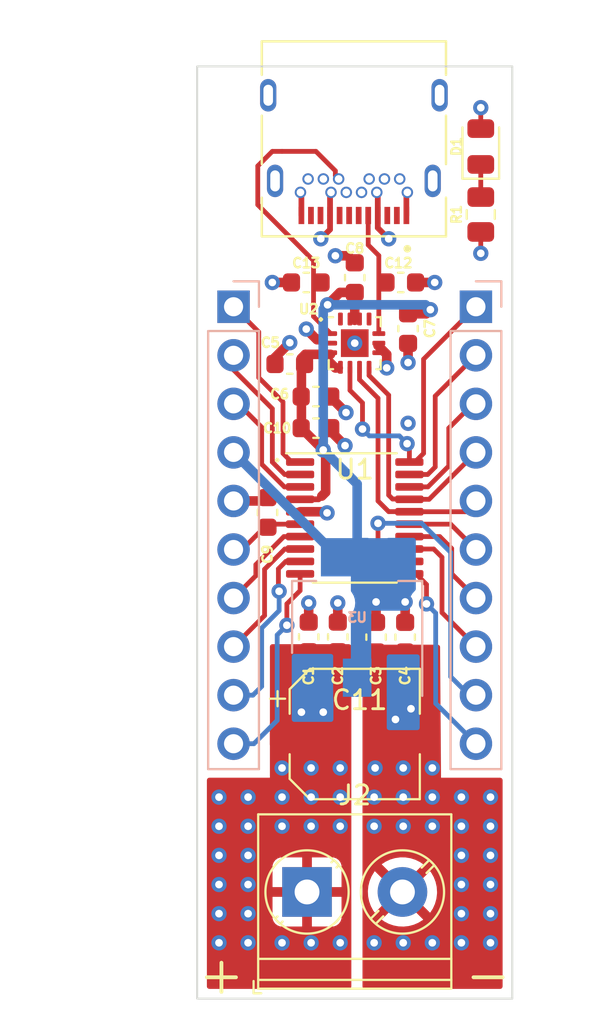
<source format=kicad_pcb>
(kicad_pcb (version 20211014) (generator pcbnew)
  (layers (0 "F.Cu" signal) (1 "In1.Cu" power) (2 "In2.Cu" power) (31 "B.Cu" signal) (34 "B.Paste" user) (35 "F.Paste" user) (36 "B.SilkS" user "B.Silkscreen") (37 "F.SilkS" user "F.Silkscreen") (38 "B.Mask" user) (39 "F.Mask" user) (44 "Edge.Cuts" user))
  (net 0 "")
  (net 1 "Net-(J3-Pad1)")
  (net 2 "VBUS")
  (net 3 "GND")
  (net 4 "Net-(J3-Pad2)")
  (net 5 "Net-(J3-Pad3)")
  (net 6 "Net-(J3-Pad7)")
  (net 7 "Net-(J3-Pad8)")
  (net 8 "Net-(J3-Pad9)")
  (net 9 "Net-(J3-Pad10)")
  (net 10 "Net-(J4-Pad2)")
  (net 11 "Net-(J4-Pad3)")
  (net 12 "Net-(J4-Pad6)")
  (net 13 "Net-(J4-Pad7)")
  (net 14 "Net-(J4-Pad8)")
  (net 15 "Net-(J4-Pad9)")
  (net 16 "Net-(J4-Pad10)")
  (net 17 "Net-(D1-Pad1)")
  (net 18 "VDD")
  (net 19 "CC1")
  (net 20 "CC2")
  (net 35 "PD_INT")
  (net 36 "PD_SCL")
  (net 37 "PD_SDA")
  (net 40 "NRST")
  (footprint "Capacitor_SMD:C_0603_1608Metric" (layer "F.Cu") (at 210.6676 70.625 -90)
    (fp_text reference "C3" (at 2.019 0 90) (layer "F.SilkS") (effects (font (size 0.5 0.5) (thickness 0.125))))
    (fp_text value "0.1uF")
    (fp_line (start -0.14058 -0.51) (end 0.14058 -0.51) (layer "F.SilkS") (width 0.12))
    (fp_line (start -0.14058 0.51) (end 0.14058 0.51) (layer "F.SilkS") (width 0.12))
    (pad "1" smd roundrect locked (at -0.775 0 270) (size 0.9 0.95) (layers "F.Cu" "F.Paste" "F.Mask") (net 18 "VDD"))
    (pad "2" smd roundrect locked (at 0.775 0 270) (size 0.9 0.95) (layers "F.Cu" "F.Paste" "F.Mask") (net 3 "GND"))
  )
  (footprint "Capacitor_SMD:C_0603_1608Metric" (layer "F.Cu") (at 207.518 59.69)
    (fp_text reference "C10" (at -2.032 0 180) (layer "F.SilkS") (effects (font (size 0.5 0.5) (thickness 0.125))))
    (fp_text value "0.1uF")
    (fp_line (start -0.14058 -0.51) (end 0.14058 -0.51) (layer "F.SilkS") (width 0.12))
    (fp_line (start -0.14058 0.51) (end 0.14058 0.51) (layer "F.SilkS") (width 0.12))
    (pad "1" smd roundrect locked (at -0.775 0) (size 0.9 0.95) (layers "F.Cu" "F.Paste" "F.Mask") (net 18 "VDD"))
    (pad "2" smd roundrect locked (at 0.775 0) (size 0.9 0.95) (layers "F.Cu" "F.Paste" "F.Mask") (net 3 "GND"))
  )
  (footprint "Package_SO:TSSOP-20_4.4x6.5mm_P0.65mm" (layer "F.Cu") (at 209.55 64.389)
    (fp_text reference "U1" (at 0 -2.54) (layer "F.SilkS"))
    (fp_text value "STM32G030F6")
    (fp_line (start 0 3.385) (end 2.2 3.385) (layer "F.SilkS") (width 0.12))
    (fp_line (start 0 -3.385) (end 2.2 -3.385) (layer "F.SilkS") (width 0.12))
    (fp_line (start 0 -3.385) (end -3.6 -3.385) (layer "F.SilkS") (width 0.12))
    (fp_line (start 0 3.385) (end -2.2 3.385) (layer "F.SilkS") (width 0.12))
    (pad "1" smd roundrect locked (at -2.8625 -2.925) (size 1.475 0.4) (layers "F.Cu" "F.Paste" "F.Mask") (net 1 "Net-(J3-Pad1)"))
    (pad "2" smd roundrect locked (at -2.8625 -2.275) (size 1.475 0.4) (layers "F.Cu" "F.Paste" "F.Mask") (net 4 "Net-(J3-Pad2)"))
    (pad "3" smd roundrect locked (at -2.8625 -1.625) (size 1.475 0.4) (layers "F.Cu" "F.Paste" "F.Mask") (net 5 "Net-(J3-Pad3)"))
    (pad "4" smd roundrect locked (at -2.8625 -0.975) (size 1.475 0.4) (layers "F.Cu" "F.Paste" "F.Mask") (net 18 "VDD"))
    (pad "5" smd roundrect locked (at -2.8625 -0.325) (size 1.475 0.4) (layers "F.Cu" "F.Paste" "F.Mask") (net 3 "GND"))
    (pad "6" smd roundrect locked (at -2.8625 0.325) (size 1.475 0.4) (layers "F.Cu" "F.Paste" "F.Mask") (net 40 "NRST"))
    (pad "7" smd roundrect locked (at -2.8625 0.975) (size 1.475 0.4) (layers "F.Cu" "F.Paste" "F.Mask") (net 6 "Net-(J3-Pad7)"))
    (pad "8" smd roundrect locked (at -2.8625 1.625) (size 1.475 0.4) (layers "F.Cu" "F.Paste" "F.Mask") (net 7 "Net-(J3-Pad8)"))
    (pad "9" smd roundrect locked (at -2.8625 2.275) (size 1.475 0.4) (layers "F.Cu" "F.Paste" "F.Mask") (net 8 "Net-(J3-Pad9)"))
    (pad "10" smd roundrect locked (at -2.8625 2.925) (size 1.475 0.4) (layers "F.Cu" "F.Paste" "F.Mask") (net 9 "Net-(J3-Pad10)"))
    (pad "11" smd roundrect locked (at 2.8625 2.925) (size 1.475 0.4) (layers "F.Cu" "F.Paste" "F.Mask") (net 16 "Net-(J4-Pad10)"))
    (pad "12" smd roundrect locked (at 2.8625 2.275) (size 1.475 0.4) (layers "F.Cu" "F.Paste" "F.Mask") (net 15 "Net-(J4-Pad9)"))
    (pad "13" smd roundrect locked (at 2.8625 1.625) (size 1.475 0.4) (layers "F.Cu" "F.Paste" "F.Mask") (net 14 "Net-(J4-Pad8)"))
    (pad "14" smd roundrect locked (at 2.8625 0.975) (size 1.475 0.4) (layers "F.Cu" "F.Paste" "F.Mask") (net 13 "Net-(J4-Pad7)"))
    (pad "15" smd roundrect locked (at 2.8625 0.325) (size 1.475 0.4) (layers "F.Cu" "F.Paste" "F.Mask") (net 12 "Net-(J4-Pad6)"))
    (pad "16" smd roundrect locked (at 2.8625 -0.325) (size 1.475 0.4) (layers "F.Cu" "F.Paste" "F.Mask") (net 36 "PD_SCL"))
    (pad "17" smd roundrect locked (at 2.8625 -0.975) (size 1.475 0.4) (layers "F.Cu" "F.Paste" "F.Mask") (net 37 "PD_SDA"))
    (pad "18" smd roundrect locked (at 2.8625 -1.625) (size 1.475 0.4) (layers "F.Cu" "F.Paste" "F.Mask") (net 11 "Net-(J4-Pad3)"))
    (pad "19" smd roundrect locked (at 2.8625 -2.275) (size 1.475 0.4) (layers "F.Cu" "F.Paste" "F.Mask") (net 10 "Net-(J4-Pad2)"))
    (pad "20" smd roundrect locked (at 2.8625 -2.925) (size 1.475 0.4) (layers "F.Cu" "F.Paste" "F.Mask") (net 35 "PD_INT"))
  )
  (footprint "LED_SMD:LED_0805_2012Metric" (layer "F.Cu") (at 216.154 44.958 90)
    (fp_text reference "D1" (at 0 -1.27 90) (layer "F.SilkS") (effects (font (size 0.5 0.5) (thickness 0.125))))
    (fp_text value "LED")
    (fp_line (start -1.685 0.96) (end 1 0.96) (layer "F.SilkS") (width 0.12))
    (fp_line (start 1 -0.96) (end -1.685 -0.96) (layer "F.SilkS") (width 0.12))
    (fp_line (start -1.685 -0.96) (end -1.685 0.96) (layer "F.SilkS") (width 0.12))
    (pad "1" smd roundrect locked (at -0.9375 0 90) (size 0.975 1.4) (layers "F.Cu" "F.Paste" "F.Mask") (net 17 "Net-(D1-Pad1)"))
    (pad "2" smd roundrect locked (at 0.9375 0 90) (size 0.975 1.4) (layers "F.Cu" "F.Paste" "F.Mask") (net 2 "VBUS"))
  )
  (footprint "Capacitor_SMD:C_0603_1608Metric" (layer "F.Cu") (at 207.137 70.612 90)
    (fp_text reference "C1" (at -2.032 0 90) (layer "F.SilkS") (effects (font (size 0.5 0.5) (thickness 0.125))))
    (fp_text value "10uF")
    (fp_line (start -0.14058 -0.51) (end 0.14058 -0.51) (layer "F.SilkS") (width 0.12))
    (fp_line (start -0.14058 0.51) (end 0.14058 0.51) (layer "F.SilkS") (width 0.12))
    (pad "1" smd roundrect locked (at -0.775 0 90) (size 0.9 0.95) (layers "F.Cu" "F.Paste" "F.Mask") (net 2 "VBUS"))
    (pad "2" smd roundrect locked (at 0.775 0 90) (size 0.9 0.95) (layers "F.Cu" "F.Paste" "F.Mask") (net 3 "GND"))
  )
  (footprint "Capacitor_SMD:C_0603_1608Metric" (layer "F.Cu") (at 209.55 51.816 90)
    (fp_text reference "C8" (at 1.524 0 180) (layer "F.SilkS") (effects (font (size 0.5 0.5) (thickness 0.125))))
    (fp_text value "0.1uF")
    (fp_line (start -0.14058 -0.51) (end 0.14058 -0.51) (layer "F.SilkS") (width 0.12))
    (fp_line (start -0.14058 0.51) (end 0.14058 0.51) (layer "F.SilkS") (width 0.12))
    (pad "1" smd roundrect locked (at -0.775 0 90) (size 0.9 0.95) (layers "F.Cu" "F.Paste" "F.Mask") (net 18 "VDD"))
    (pad "2" smd roundrect locked (at 0.775 0 90) (size 0.9 0.95) (layers "F.Cu" "F.Paste" "F.Mask") (net 3 "GND"))
  )
  (footprint "Capacitor_SMD:C_0603_1608Metric" (layer "F.Cu") (at 207.518 58.039)
    (fp_text reference "C6" (at -1.905 -0.127 180) (layer "F.SilkS") (effects (font (size 0.5 0.5) (thickness 0.125))))
    (fp_text value "10uF")
    (fp_line (start -0.14058 0.51) (end 0.14058 0.51) (layer "F.SilkS") (width 0.12))
    (fp_line (start -0.14058 -0.51) (end 0.14058 -0.51) (layer "F.SilkS") (width 0.12))
    (pad "1" smd roundrect locked (at -0.775 0) (size 0.9 0.95) (layers "F.Cu" "F.Paste" "F.Mask") (net 18 "VDD"))
    (pad "2" smd roundrect locked (at 0.775 0) (size 0.9 0.95) (layers "F.Cu" "F.Paste" "F.Mask") (net 3 "GND"))
  )
  (footprint "Resistor_SMD:R_0805_2012Metric" (layer "F.Cu") (at 216.154 48.514 -90)
    (fp_text reference "R1" (at 0 1.27 -90) (layer "F.SilkS") (effects (font (size 0.5 0.5) (thickness 0.125))))
    (fp_text value "R")
    (fp_line (start -0.227064 -0.735) (end 0.227064 -0.735) (layer "F.SilkS") (width 0.12))
    (fp_line (start -0.227064 0.735) (end 0.227064 0.735) (layer "F.SilkS") (width 0.12))
    (pad "1" smd roundrect locked (at -0.9125 0 270) (size 1.025 1.4) (layers "F.Cu" "F.Paste" "F.Mask") (roundrect_rratio 0.243902439) (net 17 "Net-(D1-Pad1)"))
    (pad "2" smd roundrect locked (at 0.9125 0 270) (size 1.025 1.4) (layers "F.Cu" "F.Paste" "F.Mask") (roundrect_rratio 0.243902439) (net 3 "GND"))
  )
  (footprint "Capacitor_SMD:C_0603_1608Metric" (layer "F.Cu") (at 212.344 54.483 -90)
    (fp_text reference "C7" (at 0 -1.143 90) (layer "F.SilkS") (effects (font (size 0.5 0.5) (thickness 0.125))))
    (fp_text value "1uF")
    (fp_line (start -0.14058 -0.51) (end 0.14058 -0.51) (layer "F.SilkS") (width 0.12))
    (fp_line (start -0.14058 0.51) (end 0.14058 0.51) (layer "F.SilkS") (width 0.12))
    (pad "1" smd roundrect locked (at -0.775 0 270) (size 0.9 0.95) (layers "F.Cu" "F.Paste" "F.Mask") (net 18 "VDD"))
    (pad "2" smd roundrect locked (at 0.775 0 270) (size 0.9 0.95) (layers "F.Cu" "F.Paste" "F.Mask") (net 3 "GND"))
  )
  (footprint "Capacitor_SMD:C_0603_1608Metric" (layer "F.Cu") (at 211.963 52.07)
    (fp_text reference "C12" (at -0.127 -1.016) (layer "F.SilkS") (effects (font (size 0.5 0.5) (thickness 0.125))))
    (fp_text value "27pF")
    (fp_line (start -0.14058 0.51) (end 0.14058 0.51) (layer "F.SilkS") (width 0.12))
    (fp_line (start -0.14058 -0.51) (end 0.14058 -0.51) (layer "F.SilkS") (width 0.12))
    (pad "1" smd roundrect locked (at -0.775 0) (size 0.9 0.95) (layers "F.Cu" "F.Paste" "F.Mask") (net 19 "CC1"))
    (pad "2" smd roundrect locked (at 0.775 0) (size 0.9 0.95) (layers "F.Cu" "F.Paste" "F.Mask") (net 3 "GND"))
  )
  (footprint "Capacitor_SMD:C_0603_1608Metric" (layer "F.Cu") (at 206.1464 56.3372 180)
    (fp_text reference "C5" (at 1.016 1.1176) (layer "F.SilkS") (effects (font (size 0.5 0.5) (thickness 0.125))))
    (fp_text value "0.1uF")
    (fp_line (start -0.14058 0.51) (end 0.14058 0.51) (layer "F.SilkS") (width 0.12))
    (fp_line (start -0.14058 -0.51) (end 0.14058 -0.51) (layer "F.SilkS") (width 0.12))
    (pad "1" smd roundrect locked (at -0.775 0 180) (size 0.9 0.95) (layers "F.Cu" "F.Paste" "F.Mask") (net 18 "VDD"))
    (pad "2" smd roundrect locked (at 0.775 0 180) (size 0.9 0.95) (layers "F.Cu" "F.Paste" "F.Mask") (net 3 "GND"))
  )
  (footprint "Capacitor_SMD:C_0603_1608Metric" (layer "F.Cu") (at 212.1916 70.625 -90)
    (fp_text reference "C4" (at 2.019 0 90) (layer "F.SilkS") (effects (font (size 0.5 0.5) (thickness 0.125))))
    (fp_text value "10uF")
    (fp_line (start -0.14058 -0.51) (end 0.14058 -0.51) (layer "F.SilkS") (width 0.12))
    (fp_line (start -0.14058 0.51) (end 0.14058 0.51) (layer "F.SilkS") (width 0.12))
    (pad "1" smd roundrect locked (at -0.775 0 270) (size 0.9 0.95) (layers "F.Cu" "F.Paste" "F.Mask") (net 18 "VDD"))
    (pad "2" smd roundrect locked (at 0.775 0 270) (size 0.9 0.95) (layers "F.Cu" "F.Paste" "F.Mask") (net 3 "GND"))
  )
  (footprint "Package_DFN_QFN:WQFN-14-1EP_2.5x2.5mm_P0.5mm_EP1.45x1.45mm" (layer "F.Cu") (at 209.55 55.245)
    (fp_text reference "U2" (at -2.413 -1.778) (layer "F.SilkS") (effects (font (size 0.5 0.5) (thickness 0.125))))
    (fp_text value "FUSB302BVMPX")
    (fp_line (start -1.36 1.36) (end -1.36 0.885) (layer "F.SilkS") (width 0.12))
    (fp_line (start -1.135 -1.36) (end -1.36 -1.36) (layer "F.SilkS") (width 0.12))
    (fp_line (start -1.135 1.36) (end -1.36 1.36) (layer "F.SilkS") (width 0.12))
    (fp_line (start 1.135 -1.36) (end 1.36 -1.36) (layer "F.SilkS") (width 0.12))
    (fp_line (start 1.135 1.36) (end 1.36 1.36) (layer "F.SilkS") (width 0.12))
    (fp_line (start 1.36 -1.36) (end 1.36 -0.885) (layer "F.SilkS") (width 0.12))
    (fp_line (start 1.36 1.36) (end 1.36 0.885) (layer "F.SilkS") (width 0.12))
    (pad "1" smd roundrect locked (at -1.2625 -0.5) (size 0.675 0.25) (layers "F.Cu" "F.Paste" "F.Mask") (net 20 "CC2"))
    (pad "2" smd roundrect locked (at -1.2625 0) (size 0.675 0.25) (layers "F.Cu" "F.Paste" "F.Mask") (net 2 "VBUS"))
    (pad "3" smd roundrect locked (at -1.2625 0.5) (size 0.675 0.25) (layers "F.Cu" "F.Paste" "F.Mask") (net 18 "VDD"))
    (pad "4" smd roundrect locked (at -0.75 1.2625) (size 0.25 0.675) (layers "F.Cu" "F.Paste" "F.Mask") (net 18 "VDD"))
    (pad "5" smd roundrect locked (at -0.25 1.2625) (size 0.25 0.675) (layers "F.Cu" "F.Paste" "F.Mask") (net 35 "PD_INT"))
    (pad "6" smd roundrect locked (at 0.25 1.2625) (size 0.25 0.675) (layers "F.Cu" "F.Paste" "F.Mask") (net 36 "PD_SCL"))
    (pad "7" smd roundrect locked (at 0.75 1.2625) (size 0.25 0.675) (layers "F.Cu" "F.Paste" "F.Mask") (net 37 "PD_SDA"))
    (pad "8" smd roundrect locked (at 1.2625 0.5) (size 0.675 0.25) (layers "F.Cu" "F.Paste" "F.Mask") (net 3 "GND"))
    (pad "9" smd roundrect locked (at 1.2625 0) (size 0.675 0.25) (layers "F.Cu" "F.Paste" "F.Mask") (net 3 "GND"))
    (pad "10" smd roundrect locked (at 1.2625 -0.5) (size 0.675 0.25) (layers "F.Cu" "F.Paste" "F.Mask") (net 19 "CC1"))
    (pad "11" smd roundrect locked (at 0.75 -1.2625) (size 0.25 0.675) (layers "F.Cu" "F.Paste" "F.Mask"))
    (pad "12" smd roundrect locked (at 0.25 -1.2625) (size 0.25 0.675) (layers "F.Cu" "F.Paste" "F.Mask") (net 18 "VDD"))
    (pad "13" smd roundrect locked (at -0.25 -1.2625) (size 0.25 0.675) (layers "F.Cu" "F.Paste" "F.Mask") (net 18 "VDD"))
    (pad "14" smd roundrect locked (at -0.75 -1.2625) (size 0.25 0.675) (layers "F.Cu" "F.Paste" "F.Mask"))
    (pad "15" smd rect locked (at 0 0) (size 1.45 1.45) (layers "F.Cu" "F.Mask") (net 3 "GND"))
  )
  (footprint "Capacitor_SMD:C_0603_1608Metric" (layer "F.Cu") (at 207.01 52.07 180)
    (fp_text reference "C13" (at 0 1.016 180) (layer "F.SilkS") (effects (font (size 0.5 0.5) (thickness 0.125))))
    (fp_text value "27pF")
    (fp_line (start -0.14058 -0.51) (end 0.14058 -0.51) (layer "F.SilkS") (width 0.12))
    (fp_line (start -0.14058 0.51) (end 0.14058 0.51) (layer "F.SilkS") (width 0.12))
    (pad "1" smd roundrect locked (at -0.775 0 180) (size 0.9 0.95) (layers "F.Cu" "F.Paste" "F.Mask") (net 20 "CC2"))
    (pad "2" smd roundrect locked (at 0.775 0 180) (size 0.9 0.95) (layers "F.Cu" "F.Paste" "F.Mask") (net 3 "GND"))
  )
  (footprint "TerminalBlock_Phoenix:TerminalBlock_Phoenix_PT-1,5-2-5.0-H_1x02_P5.00mm_Horizontal" (layer "F.Cu") (at 207.05 83.955)
    (fp_text reference "J2" (at 2.5 -5.06) (layer "F.SilkS"))
    (fp_text value "Conn_01x02_Female")
    (fp_line (start -1.548 1.281) (end -1.654 1.388) (layer "F.SilkS") (width 0.12))
    (fp_line (start 6.388 -1.654) (end 6.008 -1.274) (layer "F.SilkS") (width 0.12))
    (fp_line (start 3.993 1.274) (end 3.613 1.654) (layer "F.SilkS") (width 0.12))
    (fp_line (start 6.654 -1.388) (end 6.259 -0.992) (layer "F.SilkS") (width 0.12))
    (fp_line (start -2.56 -4.06) (end 7.56 -4.06) (layer "F.SilkS") (width 0.12))
    (fp_line (start -2.56 4.6) (end 7.56 4.6) (layer "F.SilkS") (width 0.12))
    (fp_line (start 1.388 -1.654) (end 1.281 -1.547) (layer "F.SilkS") (width 0.12))
    (fp_line (start -2.56 5.06) (end 7.56 5.06) (layer "F.SilkS") (width 0.12))
    (fp_line (start -2.8 5.3) (end -2.4 5.3) (layer "F.SilkS") (width 0.12))
    (fp_line (start 3.742 0.992) (end 3.347 1.388) (layer "F.SilkS") (width 0.12))
    (fp_line (start -2.56 3.5) (end 7.56 3.5) (layer "F.SilkS") (width 0.12))
    (fp_line (start -2.8 4.66) (end -2.8 5.3) (layer "F.SilkS") (width 0.12))
    (fp_line (start 1.654 -1.388) (end 1.547 -1.281) (layer "F.SilkS") (width 0.12))
    (fp_line (start 7.56 -4.06) (end 7.56 5.06) (layer "F.SilkS") (width 0.12))
    (fp_line (start -2.56 -4.06) (end -2.56 5.06) (layer "F.SilkS") (width 0.12))
    (fp_line (start -1.282 1.547) (end -1.388 1.654) (layer "F.SilkS") (width 0.12))
    (fp_circle (center 0 0) (end 2.18 0) (layer "F.SilkS") (width 0.12) (fill none))
    (fp_circle (center 5 0) (end 7.18 0) (layer "F.SilkS") (width 0.12) (fill none))
    (pad "1" thru_hole rect locked (at 0 0) (size 2.6 2.6) (drill 1.3) (layers *.Cu *.Mask) (net 2 "VBUS"))
    (pad "2" thru_hole circle locked (at 5 0) (size 2.6 2.6) (drill 1.3) (layers *.Cu *.Mask) (net 3 "GND"))
  )
  (footprint "Capacitor_SMD:CP_Elec_6.3x7.7" (layer "F.Cu") (at 209.55 75.692)
    (fp_text reference "C11" (at 0.254 -1.778) (layer "F.SilkS"))
    (fp_text value "100uF")
    (fp_line (start 3.41 3.41) (end 3.41 1.06) (layer "F.SilkS") (width 0.12))
    (fp_line (start -4.04375 -2.24125) (end -4.04375 -1.45375) (layer "F.SilkS") (width 0.12))
    (fp_line (start -4.4375 -1.8475) (end -3.65 -1.8475) (layer "F.SilkS") (width 0.12))
    (fp_line (start -3.41 -2.345563) (end -2.345563 -3.41) (layer "F.SilkS") (width 0.12))
    (fp_line (start -3.41 2.345563) (end -2.345563 3.41) (layer "F.SilkS") (width 0.12))
    (fp_line (start 3.41 -3.41) (end 3.41 -1.06) (layer "F.SilkS") (width 0.12))
    (fp_line (start -3.41 -2.345563) (end -3.41 -1.06) (layer "F.SilkS") (width 0.12))
    (fp_line (start -2.345563 3.41) (end 3.41 3.41) (layer "F.SilkS") (width 0.12))
    (fp_line (start -2.345563 -3.41) (end 3.41 -3.41) (layer "F.SilkS") (width 0.12))
    (fp_line (start -3.41 2.345563) (end -3.41 1.06) (layer "F.SilkS") (width 0.12))
    (pad "1" smd roundrect locked (at -2.7 0) (size 3.5 1.6) (layers "F.Cu" "F.Paste" "F.Mask") (roundrect_rratio 0.15625) (net 2 "VBUS"))
    (pad "2" smd roundrect locked (at 2.7 0) (size 3.5 1.6) (layers "F.Cu" "F.Paste" "F.Mask") (roundrect_rratio 0.15625) (net 3 "GND"))
  )
  (footprint "Capacitor_SMD:C_0603_1608Metric" (layer "F.Cu") (at 208.661 70.612 90)
    (fp_text reference "C2" (at -2.032 0 90) (layer "F.SilkS") (effects (font (size 0.5 0.5) (thickness 0.125))))
    (fp_text value "0.1uF")
    (fp_line (start -0.14058 -0.51) (end 0.14058 -0.51) (layer "F.SilkS") (width 0.12))
    (fp_line (start -0.14058 0.51) (end 0.14058 0.51) (layer "F.SilkS") (width 0.12))
    (pad "1" smd roundrect locked (at -0.775 0 90) (size 0.9 0.95) (layers "F.Cu" "F.Paste" "F.Mask") (net 2 "VBUS"))
    (pad "2" smd roundrect locked (at 0.775 0 90) (size 0.9 0.95) (layers "F.Cu" "F.Paste" "F.Mask") (net 3 "GND"))
  )
  (footprint "Capacitor_SMD:C_0603_1608Metric" (layer "F.Cu") (at 204.978 64.1 90)
    (fp_text reference "C9" (at -2.194 0 90) (layer "F.SilkS") (effects (font (size 0.5 0.5) (thickness 0.125))))
    (fp_text value "0.1uF")
    (fp_line (start -0.14058 0.51) (end 0.14058 0.51) (layer "F.SilkS") (width 0.12))
    (fp_line (start -0.14058 -0.51) (end 0.14058 -0.51) (layer "F.SilkS") (width 0.12))
    (pad "1" smd roundrect locked (at -0.775 0 90) (size 0.9 0.95) (layers "F.Cu" "F.Paste" "F.Mask") (net 40 "NRST"))
    (pad "2" smd roundrect locked (at 0.775 0 90) (size 0.9 0.95) (layers "F.Cu" "F.Paste" "F.Mask") (net 3 "GND"))
  )
  (footprint "10137061-00021LF:AMPHENOL_10137061-00021LF" (layer "F.Cu") (at 213.106 48.006 180)
    (fp_text reference "J1" hide)
    (fp_text value "10137061-00021LF")
    (fp_line (start -1.225 4.66) (end -1.225 2.13) (layer "F.SilkS") (width 0.127))
    (fp_line (start -1.225 8.55) (end -1.225 6.8) (layer "F.SilkS") (width 0.127))
    (fp_line (start 8.425 -1.65) (end 8.425 0.37) (layer "F.SilkS") (width 0.127))
    (fp_line (start 8.425 6.8) (end 8.425 8.55) (layer "F.SilkS") (width 0.127))
    (fp_line (start -1.225 0.37) (end -1.225 -1.65) (layer "F.SilkS") (width 0.127))
    (fp_line (start 8.425 2.13) (end 8.425 4.66) (layer "F.SilkS") (width 0.127))
    (fp_line (start -1.225 -1.65) (end 8.425 -1.65) (layer "F.SilkS") (width 0.127))
    (fp_line (start 8.425 8.55) (end -1.225 8.55) (layer "F.SilkS") (width 0.127))
    (fp_circle (center 0.8 -2.3) (end 0.9 -2.3) (layer "F.SilkS") (width 0.2) (fill none))
    (fp_line (start 7.35 -0.325) (end 7.05 -0.325) (layer "Edge.Cuts") (width 0.0001))
    (fp_line (start 7.35 0.325) (end 7.05 0.325) (layer "Edge.Cuts") (width 0.0001))
    (fp_arc (start 7.05 0.325) (mid 6.725 0) (end 7.05 -0.325) (layer "Edge.Cuts") (width 0.0001))
    (fp_arc (start 7.35 -0.325) (mid 7.675 0) (end 7.35 0.325) (layer "Edge.Cuts") (width 0.0001))
    (pad "" np_thru_hole circle locked (at 0 0 180) (size 0.65 0.65) (drill 0.65) (layers *.Cu *.Mask))
    (pad "A1" smd rect locked (at 0.85 -0.56 180) (size 0.3 0.9) (layers "F.Cu" "F.Paste" "F.Mask") (net 3 "GND"))
    (pad "A2" smd rect locked (at 1.35 -0.56 180) (size 0.3 0.9) (layers "F.Cu" "F.Paste" "F.Mask"))
    (pad "A3" smd rect locked (at 1.85 -0.56 180) (size 0.3 0.9) (layers "F.Cu" "F.Paste" "F.Mask"))
    (pad "A4" smd rect locked (at 2.35 -0.56 180) (size 0.3 0.9) (layers "F.Cu" "F.Paste" "F.Mask") (net 2 "VBUS"))
    (pad "A5" smd rect locked (at 2.85 -0.56 180) (size 0.3 0.9) (layers "F.Cu" "F.Paste" "F.Mask") (net 19 "CC1"))
    (pad "A6" smd rect locked (at 3.35 -0.56 180) (size 0.3 0.9) (layers "F.Cu" "F.Paste" "F.Mask"))
    (pad "A7" smd rect locked (at 3.85 -0.56 180) (size 0.3 0.9) (layers "F.Cu" "F.Paste" "F.Mask"))
    (pad "A8" smd rect locked (at 4.35 -0.56 180) (size 0.3 0.9) (layers "F.Cu" "F.Paste" "F.Mask"))
    (pad "A9" smd rect locked (at 4.85 -0.56 180) (size 0.3 0.9) (layers "F.Cu" "F.Paste" "F.Mask") (net 2 "VBUS"))
    (pad "A10" smd rect locked (at 5.35 -0.56 180) (size 0.3 0.9) (layers "F.Cu" "F.Paste" "F.Mask"))
    (pad "A11" smd rect locked (at 5.85 -0.56 180) (size 0.3 0.9) (layers "F.Cu" "F.Paste" "F.Mask"))
    (pad "A12" smd rect locked (at 6.35 -0.56 180) (size 0.3 0.9) (layers "F.Cu" "F.Paste" "F.Mask") (net 3 "GND"))
    (pad "B1" thru_hole circle locked (at 6.4 0.65 180) (size 0.6 0.6) (drill 0.4) (layers *.Cu *.Mask) (net 3 "GND"))
    (pad "B2" thru_hole circle locked (at 6 1.35 180) (size 0.6 0.6) (drill 0.4) (layers *.Cu *.Mask))
    (pad "B3" thru_hole circle locked (at 5.2 1.35 180) (size 0.6 0.6) (drill 0.4) (layers *.Cu *.Mask))
    (pad "B4" thru_hole circle locked (at 4.8 0.65 180) (size 0.6 0.6) (drill 0.4) (layers *.Cu *.Mask) (net 2 "VBUS"))
    (pad "B5" thru_hole circle locked (at 4.4 1.35 180) (size 0.6 0.6) (drill 0.4) (layers *.Cu *.Mask) (net 20 "CC2"))
    (pad "B6" thru_hole circle locked (at 4 0.65 180) (size 0.6 0.6) (drill 0.4) (layers *.Cu *.Mask))
    (pad "B7" thru_hole circle locked (at 3.2 0.65 180) (size 0.6 0.6) (drill 0.4) (layers *.Cu *.Mask))
    (pad "B8" thru_hole circle locked (at 2.8 1.35 180) (size 0.6 0.6) (drill 0.4) (layers *.Cu *.Mask))
    (pad "B9" thru_hole circle locked (at 2.4 0.65 180) (size 0.6 0.6) (drill 0.4) (layers *.Cu *.Mask) (net 2 "VBUS"))
    (pad "B10" thru_hole circle locked (at 2 1.35 180) (size 0.6 0.6) (drill 0.4) (layers *.Cu *.Mask))
    (pad "B11" thru_hole circle locked (at 1.2 1.35 180) (size 0.6 0.6) (drill 0.4) (layers *.Cu *.Mask))
    (pad "B12" thru_hole circle locked (at 0.8 0.65 180) (size 0.6 0.6) (drill 0.4) (layers *.Cu *.Mask) (net 3 "GND"))
    (pad "S1" thru_hole oval locked (at -0.53 1.25 180) (size 0.85 1.7) (drill oval 0.5 1.1) (layers *.Cu *.Mask) (net 3 "GND"))
    (pad "S2" thru_hole oval locked (at 7.73 1.25 180) (size 0.85 1.7) (drill oval 0.5 1.1) (layers *.Cu *.Mask) (net 3 "GND"))
    (pad "S3" thru_hole oval locked (at -0.89 5.73 180) (size 0.85 1.7) (drill oval 0.5 1.1) (layers *.Cu *.Mask) (net 3 "GND"))
    (pad "S4" thru_hole oval locked (at 8.09 5.73 180) (size 0.85 1.7) (drill oval 0.5 1.1) (layers *.Cu *.Mask) (net 3 "GND"))
  )
  (footprint "Connector_PinHeader_2.54mm:PinHeader_1x10_P2.54mm_Vertical" (layer "B.Cu") (at 215.9 53.34 180)
    (fp_text reference "J4" hide)
    (fp_text value "Conn_01x10_Male")
    (fp_line (start 1.33 -1.27) (end 1.33 -24.19) (layer "B.SilkS") (width 0.12))
    (fp_line (start -1.33 -1.27) (end -1.33 -24.19) (layer "B.SilkS") (width 0.12))
    (fp_line (start -1.33 1.33) (end 0 1.33) (layer "B.SilkS") (width 0.12))
    (fp_line (start -1.33 -24.19) (end 1.33 -24.19) (layer "B.SilkS") (width 0.12))
    (fp_line (start -1.33 0) (end -1.33 1.33) (layer "B.SilkS") (width 0.12))
    (fp_line (start -1.33 -1.27) (end 1.33 -1.27) (layer "B.SilkS") (width 0.12))
    (pad "1" thru_hole rect locked (at 0 0 180) (size 1.7 1.7) (drill 1) (layers *.Cu *.Mask) (net 35 "PD_INT"))
    (pad "2" thru_hole oval locked (at 0 -2.54 180) (size 1.7 1.7) (drill 1) (layers *.Cu *.Mask) (net 10 "Net-(J4-Pad2)"))
    (pad "3" thru_hole oval locked (at 0 -5.08 180) (size 1.7 1.7) (drill 1) (layers *.Cu *.Mask) (net 11 "Net-(J4-Pad3)"))
    (pad "4" thru_hole oval locked (at 0 -7.62 180) (size 1.7 1.7) (drill 1) (layers *.Cu *.Mask) (net 37 "PD_SDA"))
    (pad "5" thru_hole oval locked (at 0 -10.16 180) (size 1.7 1.7) (drill 1) (layers *.Cu *.Mask) (net 36 "PD_SCL"))
    (pad "6" thru_hole oval locked (at 0 -12.7 180) (size 1.7 1.7) (drill 1) (layers *.Cu *.Mask) (net 12 "Net-(J4-Pad6)"))
    (pad "7" thru_hole oval locked (at 0 -15.24 180) (size 1.7 1.7) (drill 1) (layers *.Cu *.Mask) (net 13 "Net-(J4-Pad7)"))
    (pad "8" thru_hole oval locked (at 0 -17.78 180) (size 1.7 1.7) (drill 1) (layers *.Cu *.Mask) (net 14 "Net-(J4-Pad8)"))
    (pad "9" thru_hole oval locked (at 0 -20.32 180) (size 1.7 1.7) (drill 1) (layers *.Cu *.Mask) (net 15 "Net-(J4-Pad9)"))
    (pad "10" thru_hole oval locked (at 0 -22.86 180) (size 1.7 1.7) (drill 1) (layers *.Cu *.Mask) (net 16 "Net-(J4-Pad10)"))
  )
  (footprint "Connector_PinHeader_2.54mm:PinHeader_1x10_P2.54mm_Vertical" (layer "B.Cu") (at 203.2 53.34 180)
    (fp_text reference "J3" hide)
    (fp_text value "Conn_01x10_Male")
    (fp_line (start 1.33 -1.27) (end 1.33 -24.19) (layer "B.SilkS") (width 0.12))
    (fp_line (start -1.33 0) (end -1.33 1.33) (layer "B.SilkS") (width 0.12))
    (fp_line (start -1.33 -24.19) (end 1.33 -24.19) (layer "B.SilkS") (width 0.12))
    (fp_line (start -1.33 -1.27) (end 1.33 -1.27) (layer "B.SilkS") (width 0.12))
    (fp_line (start -1.33 -1.27) (end -1.33 -24.19) (layer "B.SilkS") (width 0.12))
    (fp_line (start -1.33 1.33) (end 0 1.33) (layer "B.SilkS") (width 0.12))
    (pad "1" thru_hole rect locked (at 0 0 180) (size 1.7 1.7) (drill 1) (layers *.Cu *.Mask) (net 1 "Net-(J3-Pad1)"))
    (pad "2" thru_hole oval locked (at 0 -2.54 180) (size 1.7 1.7) (drill 1) (layers *.Cu *.Mask) (net 4 "Net-(J3-Pad2)"))
    (pad "3" thru_hole oval locked (at 0 -5.08 180) (size 1.7 1.7) (drill 1) (layers *.Cu *.Mask) (net 5 "Net-(J3-Pad3)"))
    (pad "4" thru_hole oval locked (at 0 -7.62 180) (size 1.7 1.7) (drill 1) (layers *.Cu *.Mask) (net 18 "VDD"))
    (pad "5" thru_hole oval locked (at 0 -10.16 180) (size 1.7 1.7) (drill 1) (layers *.Cu *.Mask) (net 3 "GND"))
    (pad "6" thru_hole oval locked (at 0 -12.7 180) (size 1.7 1.7) (drill 1) (layers *.Cu *.Mask) (net 40 "NRST"))
    (pad "7" thru_hole oval locked (at 0 -15.24 180) (size 1.7 1.7) (drill 1) (layers *.Cu *.Mask) (net 6 "Net-(J3-Pad7)"))
    (pad "8" thru_hole oval locked (at 0 -17.78 180) (size 1.7 1.7) (drill 1) (layers *.Cu *.Mask) (net 7 "Net-(J3-Pad8)"))
    (pad "9" thru_hole oval locked (at 0 -20.32 180) (size 1.7 1.7) (drill 1) (layers *.Cu *.Mask) (net 8 "Net-(J3-Pad9)"))
    (pad "10" thru_hole oval locked (at 0 -22.86 180) (size 1.7 1.7) (drill 1) (layers *.Cu *.Mask) (net 9 "Net-(J3-Pad10)"))
  )
  (footprint "Package_TO_SOT_SMD:SOT-223-3_TabPin2" (layer "B.Cu") (at 209.677 69.596 90)
    (fp_text reference "U3" (at 0 0) (layer "B.SilkS") (effects (font (size 0.5 0.5) (thickness 0.125)) (justify mirror)))
    (fp_text value "NCP1117-3.3_SOT223")
    (fp_line (start -1.85 -3.41) (end 1.91 -3.41) (layer "B.SilkS") (width 0.12))
    (fp_line (start 1.91 -3.41) (end 1.91 -2.15) (layer "B.SilkS") (width 0.12))
    (fp_line (start 1.91 3.41) (end 1.91 2.15) (layer "B.SilkS") (width 0.12))
    (fp_line (start -4.1 3.41) (end 1.91 3.41) (layer "B.SilkS") (width 0.12))
    (pad "1" smd rect locked (at -3.15 2.3 90) (size 2 1.5) (layers "B.Cu" "B.Paste" "B.Mask") (net 3 "GND"))
    (pad "2" smd rect locked (at 3.15 0 90) (size 2 3.8) (layers "B.Cu" "B.Paste" "B.Mask") (net 18 "VDD"))
    (pad "2" smd rect locked (at -3.15 0 90) (size 2 1.5) (layers "B.Cu" "B.Paste" "B.Mask") (net 18 "VDD"))
    (pad "3" smd rect locked (at -3.15 -2.3 90) (size 2 1.5) (layers "B.Cu" "B.Paste" "B.Mask") (net 2 "VBUS"))
  )
  (gr_rect (start 201.295 40.767) (end 217.805 89.535) (layer "Edge.Cuts") (width 0.1) (fill none))
  (gr_text "+" (at 202.565 88.265) (layer "F.SilkS") (effects (font (size 2 2) (thickness 0.2))))
  (gr_text "-" (at 216.535 88.265) (layer "F.SilkS") (effects (font (size 2 2) (thickness 0.2))))
  (gr_text "." (at 205.486 60.96) (layer "F.SilkS") (effects (font (size 1 1))))
  (gr_text "." (at 207.772 53.594) (layer "F.SilkS") (effects (font (size 1 1))))
  (segment (start 205.7908 61.0108) (end 206.244 61.464) (width 0.25) (layer "F.Cu") (net 1))
  (segment (start 206.244 61.464) (end 206.6875 61.464) (width 0.25) (layer "F.Cu") (net 1))
  (segment (start 203.2 53.34) (end 204.5208 54.6608) (width 0.25) (layer "F.Cu") (net 1))
  (segment (start 205.7908 58.3184) (end 205.7908 61.0108) (width 0.25) (layer "F.Cu") (net 1))
  (segment (start 204.5208 54.6608) (end 204.5208 57.0484) (width 0.25) (layer "F.Cu") (net 1))
  (segment (start 204.5208 57.0484) (end 205.7908 58.3184) (width 0.25) (layer "F.Cu") (net 1))
  (segment (start 208.256 49.3) (end 207.772 49.784) (width 0.3) (layer "F.Cu") (net 2))
  (segment (start 210.756 49.212) (end 211.328 49.784) (width 0.3) (layer "F.Cu") (net 2))
  (segment (start 208.2875 55.245) (end 207.7466 55.245) (width 0.25) (layer "F.Cu") (net 2))
  (segment (start 210.756 48.566) (end 210.756 47.406) (width 0.3) (layer "F.Cu") (net 2))
  (segment (start 208.256 48.566) (end 208.256 47.406) (width 0.3) (layer "F.Cu") (net 2))
  (segment (start 210.756 48.566) (end 210.756 49.212) (width 0.3) (layer "F.Cu") (net 2))
  (segment (start 208.256 48.566) (end 208.256 49.3) (width 0.3) (layer "F.Cu") (net 2))
  (segment (start 216.154 44.0205) (end 216.154 42.926) (width 0.25) (layer "F.Cu") (net 2))
  (segment (start 207.7466 55.245) (end 207.5688 55.0672) (width 0.25) (layer "F.Cu") (net 2))
  (segment (start 207.01 54.5084) (end 207.5688 55.0672) (width 0.5) (layer "F.Cu") (net 2))
  (segment (start 208.256 47.406) (end 208.306 47.356) (width 0.3) (layer "F.Cu") (net 2))
  (segment (start 210.756 47.406) (end 210.706 47.356) (width 0.3) (layer "F.Cu") (net 2))
  (via (at 203.962 85.09) (size 0.8) (drill 0.4) (layers "F.Cu" "B.Cu") (net 2))
  (via (at 202.438 83.566) (size 0.8) (drill 0.4) (layers "F.Cu" "B.Cu") (net 2))
  (via (at 205.74 78.994) (size 0.8) (drill 0.4) (layers "F.Cu" "B.Cu") (net 2))
  (via (at 205.74 86.614) (size 0.8) (drill 0.4) (layers "F.Cu" "B.Cu") (net 2))
  (via (at 208.788 86.614) (size 0.8) (drill 0.4) (layers "F.Cu" "B.Cu") (net 2))
  (via (at 202.438 85.09) (size 0.8) (drill 0.4) (layers "F.Cu" "B.Cu") (net 2))
  (via (at 202.438 86.614) (size 0.8) (drill 0.4) (layers "F.Cu" "B.Cu") (net 2))
  (via (at 207.264 78.994) (size 0.8) (drill 0.4) (layers "F.Cu" "B.Cu") (net 2))
  (via (at 203.962 80.518) (size 0.8) (drill 0.4) (layers "F.Cu" "B.Cu") (net 2))
  (via (at 207.01 54.5084) (size 0.8) (drill 0.4) (layers "F.Cu" "B.Cu") (net 2))
  (via (at 207.264 77.47) (size 0.8) (drill 0.4) (layers "F.Cu" "B.Cu") (net 2))
  (via (at 211.328 49.784) (size 0.8) (drill 0.4) (layers "F.Cu" "B.Cu") (net 2))
  (via (at 208.788 78.994) (size 0.8) (drill 0.4) (layers "F.Cu" "B.Cu") (net 2))
  (via (at 207.264 86.614) (size 0.8) (drill 0.4) (layers "F.Cu" "B.Cu") (net 2))
  (via (at 208.788 80.518) (size 0.8) (drill 0.4) (layers "F.Cu" "B.Cu") (net 2))
  (via (at 205.74 77.47) (size 0.8) (drill 0.4) (layers "F.Cu" "B.Cu") (net 2))
  (via (at 207.899 74.549) (size 0.8) (drill 0.4) (layers "F.Cu" "B.Cu") (net 2))
  (via (at 202.438 78.994) (size 0.8) (drill 0.4) (layers "F.Cu" "B.Cu") (net 2))
  (via (at 202.438 82.042) (size 0.8) (drill 0.4) (layers "F.Cu" "B.Cu") (net 2))
  (via (at 207.772 49.784) (size 0.8) (drill 0.4) (layers "F.Cu" "B.Cu") (net 2))
  (via (at 216.154 42.926) (size 0.8) (drill 0.4) (layers "F.Cu" "B.Cu") (net 2))
  (via (at 203.962 82.042) (size 0.8) (drill 0.4) (layers "F.Cu" "B.Cu") (net 2))
  (via (at 202.438 80.518) (size 0.8) (drill 0.4) (layers "F.Cu" "B.Cu") (net 2))
  (via (at 207.264 80.518) (size 0.8) (drill 0.4) (layers "F.Cu" "B.Cu") (net 2))
  (via (at 205.74 80.518) (size 0.8) (drill 0.4) (layers "F.Cu" "B.Cu") (net 2))
  (via (at 203.962 83.566) (size 0.8) (drill 0.4) (layers "F.Cu" "B.Cu") (net 2))
  (via (at 203.962 78.994) (size 0.8) (drill 0.4) (layers "F.Cu" "B.Cu") (net 2))
  (via (at 208.788 77.47) (size 0.8) (drill 0.4) (layers "F.Cu" "B.Cu") (net 2))
  (via (at 206.756 74.549) (size 0.8) (drill 0.4) (layers "F.Cu" "B.Cu") (net 2))
  (via (at 203.962 86.614) (size 0.8) (drill 0.4) (layers "F.Cu" "B.Cu") (net 2))
  (segment (start 208.661 68.834) (end 208.661 69.837) (width 0.5) (layer "F.Cu") (net 3))
  (segment (start 203.2 63.5) (end 204.803 63.5) (width 0.5) (layer "F.Cu") (net 3))
  (segment (start 206.6875 64.064) (end 208.04 64.064) (width 0.5) (layer "F.Cu") (net 3))
  (segment (start 212.256 47.406) (end 212.306 47.356) (width 0.3) (layer "F.Cu") (net 3))
  (segment (start 207.137 68.834) (end 207.137 69.837) (width 0.5) (layer "F.Cu") (net 3))
  (segment (start 208.293 58.039) (end 208.293 58.0774) (width 0.5) (layer "F.Cu") (net 3))
  (segment (start 212.256 48.566) (end 212.256 47.406) (width 0.3) (layer "F.Cu") (net 3))
  (segment (start 208.534 50.673) (end 209.182 50.673) (width 0.5) (layer "F.Cu") (net 3))
  (segment (start 205.3714 55.9946) (end 206.1464 55.2196) (width 0.5) (layer "F.Cu") (net 3))
  (segment (start 208.293 59.69) (end 208.293 59.8554) (width 0.5) (layer "F.Cu") (net 3))
  (segment (start 208.293 58.0774) (end 209.0928 58.8772) (width 0.5) (layer "F.Cu") (net 3))
  (segment (start 211.2264 55.8292) (end 210.7692 55.372) (width 0.5) (layer "F.Cu") (net 3))
  (segment (start 205.3714 56.3372) (end 205.3714 55.9946) (width 0.5) (layer "F.Cu") (net 3))
  (segment (start 206.756 47.406) (end 206.706 47.356) (width 0.3) (layer "F.Cu") (net 3))
  (segment (start 209.182 50.673) (end 209.55 51.041) (width 0.5) (layer "F.Cu") (net 3))
  (segment (start 208.04 64.064) (end 208.1 64.124) (width 0.5) (layer "F.Cu") (net 3))
  (segment (start 204.803 63.5) (end 204.978 63.325) (width 0.5) (layer "F.Cu") (net 3))
  (segment (start 205.232 52.07) (end 206.235 52.07) (width 0.5) (layer "F.Cu") (net 3))
  (segment (start 208.293 59.8554) (end 209.042 60.6044) (width 0.5) (layer "F.Cu") (net 3))
  (segment (start 211.2264 56.5404) (end 211.2264 55.8292) (width 0.5) (layer "F.Cu") (net 3))
  (segment (start 206.756 48.566) (end 206.756 47.406) (width 0.3) (layer "F.Cu") (net 3))
  (segment (start 216.154 50.546) (end 216.154 49.339) (width 0.25) (layer "F.Cu") (net 3))
  (segment (start 212.344 56.261) (end 212.344 55.258) (width 0.5) (layer "F.Cu") (net 3))
  (segment (start 212.738 52.07) (end 213.741 52.07) (width 0.5) (layer "F.Cu") (net 3))
  (via (at 212.344 59.436) (size 0.8) (drill 0.4) (layers "F.Cu" "B.Cu") (net 3))
  (via (at 216.662 82.042) (size 0.8) (drill 0.4) (layers "F.Cu" "B.Cu") (net 3))
  (via (at 216.662 80.518) (size 0.8) (drill 0.4) (layers "F.Cu" "B.Cu") (net 3))
  (via (at 215.138 78.994) (size 0.8) (drill 0.4) (layers "F.Cu" "B.Cu") (net 3))
  (via (at 215.138 83.566) (size 0.8) (drill 0.4) (layers "F.Cu" "B.Cu") (net 3))
  (via (at 212.344 56.261) (size 0.8) (drill 0.4) (layers "F.Cu" "B.Cu") (net 3))
  (via (at 216.662 78.994) (size 0.8) (drill 0.4) (layers "F.Cu" "B.Cu") (net 3))
  (via (at 216.662 85.09) (size 0.8) (drill 0.4) (layers "F.Cu" "B.Cu") (net 3))
  (via (at 215.138 80.518) (size 0.8) (drill 0.4) (layers "F.Cu" "B.Cu") (net 3))
  (via (at 209.55 55.245) (size 0.8) (drill 0.4) (layers "F.Cu" "B.Cu") (net 3))
  (via (at 210.566 80.518) (size 0.8) (drill 0.4) (layers "F.Cu" "B.Cu") (net 3))
  (via (at 212.09 77.47) (size 0.8) (drill 0.4) (layers "F.Cu" "B.Cu") (net 3))
  (via (at 208.1 64.124) (size 0.8) (drill 0.4) (layers "F.Cu" "B.Cu") (net 3))
  (via (at 210.6168 77.47) (size 0.8) (drill 0.4) (layers "F.Cu" "B.Cu") (net 3))
  (via (at 210.566 86.614) (size 0.8) (drill 0.4) (layers "F.Cu" "B.Cu") (net 3))
  (via (at 212.09 78.994) (size 0.8) (drill 0.4) (layers "F.Cu" "B.Cu") (net 3))
  (via (at 213.614 78.994) (size 0.8) (drill 0.4) (layers "F.Cu" "B.Cu") (net 3))
  (via (at 215.138 85.09) (size 0.8) (drill 0.4) (layers "F.Cu" "B.Cu") (net 3))
  (via (at 211.6836 74.93) (size 0.8) (drill 0.4) (layers "F.Cu" "B.Cu") (net 3))
  (via (at 212.4964 74.3712) (size 0.8) (drill 0.4) (layers "F.Cu" "B.Cu") (net 3))
  (via (at 206.1464 55.2196) (size 0.8) (drill 0.4) (layers "F.Cu" "B.Cu") (net 3))
  (via (at 211.2264 56.5404) (size 0.8) (drill 0.4) (layers "F.Cu" "B.Cu") (net 3))
  (via (at 207.137 68.834) (size 0.8) (drill 0.4) (layers "F.Cu" "B.Cu") (net 3))
  (via (at 213.614 86.614) (size 0.8) (drill 0.4) (layers "F.Cu" "B.Cu") (net 3))
  (via (at 215.138 86.614) (size 0.8) (drill 0.4) (layers "F.Cu" "B.Cu") (net 3))
  (via (at 216.154 50.546) (size 0.8) (drill 0.4) (layers "F.Cu" "B.Cu") (net 3))
  (via (at 212.09 86.614) (size 0.8) (drill 0.4) (layers "F.Cu" "B.Cu") (net 3))
  (via (at 216.662 83.566) (size 0.8) (drill 0.4) (layers "F.Cu" "B.Cu") (net 3))
  (via (at 212.09 80.518) (size 0.8) (drill 0.4) (layers "F.Cu" "B.Cu") (net 3))
  (via (at 216.662 86.614) (size 0.8) (drill 0.4) (layers "F.Cu" "B.Cu") (net 3))
  (via (at 213.614 77.47) (size 0.8) (drill 0.4) (layers "F.Cu" "B.Cu") (net 3))
  (via (at 208.534 50.673) (size 0.8) (drill 0.4) (layers "F.Cu" "B.Cu") (net 3))
  (via (at 205.232 52.07) (size 0.8) (drill 0.4) (layers "F.Cu" "B.Cu") (net 3))
  (via (at 210.566 78.994) (size 0.8) (drill 0.4) (layers "F.Cu" "B.Cu") (net 3))
  (via (at 208.661 68.834) (size 0.8) (drill 0.4) (layers "F.Cu" "B.Cu") (net 3))
  (via (at 209.042 60.6044) (size 0.8) (drill 0.4) (layers "F.Cu" "B.Cu") (net 3))
  (via (at 213.741 52.07) (size 0.8) (drill 0.4) (layers "F.Cu" "B.Cu") (net 3))
  (via (at 209.0928 58.8772) (size 0.8) (drill 0.4) (layers "F.Cu" "B.Cu") (net 3))
  (via (at 213.614 80.518) (size 0.8) (drill 0.4) (layers "F.Cu" "B.Cu") (net 3))
  (via (at 215.138 82.042) (size 0.8) (drill 0.4) (layers "F.Cu" "B.Cu") (net 3))
  (segment (start 205.878 62.114) (end 205.232 61.468) (width 0.25) (layer "F.Cu") (net 4))
  (segment (start 206.6875 62.114) (end 205.878 62.114) (width 0.25) (layer "F.Cu") (net 4))
  (segment (start 203.2 56.642) (end 205.232 58.674) (width 0.25) (layer "F.Cu") (net 4))
  (segment (start 205.232 61.468) (end 205.232 58.674) (width 0.25) (layer "F.Cu") (net 4))
  (segment (start 203.2 55.88) (end 203.2 56.642) (width 0.25) (layer "F.Cu") (net 4))
  (segment (start 204.6732 61.5732) (end 204.6732 59.6392) (width 0.25) (layer "F.Cu") (net 5))
  (segment (start 205.864 62.764) (end 204.6732 61.5732) (width 0.25) (layer "F.Cu") (net 5))
  (segment (start 203.454 58.42) (end 203.2 58.42) (width 0.25) (layer "F.Cu") (net 5))
  (segment (start 204.6732 59.6392) (end 203.454 58.42) (width 0.25) (layer "F.Cu") (net 5))
  (segment (start 206.6875 62.764) (end 205.864 62.764) (width 0.25) (layer "F.Cu") (net 5))
  (segment (start 205.836 65.364) (end 206.6875 65.364) (width 0.25) (layer "F.Cu") (net 6))
  (segment (start 203.2 68.58) (end 204.3684 67.4116) (width 0.25) (layer "F.Cu") (net 6))
  (segment (start 204.3684 66.8316) (end 205.836 65.364) (width 0.25) (layer "F.Cu") (net 6))
  (segment (start 204.3684 67.4116) (end 204.3684 66.8316) (width 0.25) (layer "F.Cu") (net 6))
  (segment (start 204.8256 69.4944) (end 204.8256 67.0744) (width 0.25) (layer "F.Cu") (net 7))
  (segment (start 205.886 66.014) (end 206.6875 66.014) (width 0.25) (layer "F.Cu") (net 7))
  (segment (start 204.8256 67.0744) (end 205.886 66.014) (width 0.25) (layer "F.Cu") (net 7))
  (segment (start 203.2 71.12) (end 204.8256 69.4944) (width 0.25) (layer "F.Cu") (net 7))
  (segment (start 206.6875 66.664) (end 205.936 66.664) (width 0.25) (layer "F.Cu") (net 8))
  (segment (start 205.55 68.1868) (end 205.55 67.05) (width 0.25) (layer "F.Cu") (net 8))
  (segment (start 205.936 66.664) (end 205.55 67.05) (width 0.25) (layer "F.Cu") (net 8))
  (segment (start 205.5876 68.2244) (end 205.55 68.1868) (width 0.25) (layer "F.Cu") (net 8))
  (via (at 205.5876 68.2244) (size 0.8) (drill 0.4) (layers "F.Cu" "B.Cu") (net 8))
  (segment (start 204.6732 70.1548) (end 204.6732 73.2028) (width 0.25) (layer "B.Cu") (net 8))
  (segment (start 205.5876 69.2404) (end 204.6732 70.1548) (width 0.25) (layer "B.Cu") (net 8))
  (segment (start 204.6732 73.2028) (end 204.216 73.66) (width 0.25) (layer "B.Cu") (net 8))
  (segment (start 205.5876 68.2244) (end 205.5876 69.2404) (width 0.25) (layer "B.Cu") (net 8))
  (segment (start 204.216 73.66) (end 203.2 73.66) (width 0.25) (layer "B.Cu") (net 8))
  (segment (start 206.6875 68.1913) (end 206.6875 67.314) (width 0.25) (layer "F.Cu") (net 9))
  (segment (start 205.994 68.8848) (end 206.6875 68.1913) (width 0.25) (layer "F.Cu") (net 9))
  (segment (start 205.994 70.0024) (end 205.994 68.8848) (width 0.25) (layer "F.Cu") (net 9))
  (via (at 205.994 70.0024) (size 0.8) (drill 0.4) (layers "F.Cu" "B.Cu") (net 9))
  (segment (start 205.486 74.9808) (end 204.2668 76.2) (width 0.25) (layer "B.Cu") (net 9))
  (segment (start 205.486 70.5104) (end 205.486 74.9808) (width 0.25) (layer "B.Cu") (net 9))
  (segment (start 205.994 70.0024) (end 205.486 70.5104) (width 0.25) (layer "B.Cu") (net 9))
  (segment (start 204.2668 76.2) (end 203.2 76.2) (width 0.25) (layer "B.Cu") (net 9))
  (segment (start 213.7664 58.0136) (end 213.7664 61.722) (width 0.25) (layer "F.Cu") (net 10))
  (segment (start 213.7664 61.722) (end 213.3744 62.114) (width 0.25) (layer "F.Cu") (net 10))
  (segment (start 213.3744 62.114) (end 212.4125 62.114) (width 0.25) (layer "F.Cu") (net 10))
  (segment (start 215.9 55.88) (end 213.7664 58.0136) (width 0.25) (layer "F.Cu") (net 10))
  (segment (start 214.4776 59.69) (end 215.7476 58.42) (width 0.25) (layer "F.Cu") (net 11))
  (segment (start 212.4125 62.764) (end 213.3848 62.764) (width 0.25) (layer "F.Cu") (net 11))
  (segment (start 213.3848 62.764) (end 214.4776 61.6712) (width 0.25) (layer "F.Cu") (net 11))
  (segment (start 215.7476 58.42) (end 215.9 58.42) (width 0.25) (layer "F.Cu") (net 11))
  (segment (start 214.4776 61.6712) (end 214.4776 59.69) (width 0.25) (layer "F.Cu") (net 11))
  (segment (start 214.574 64.714) (end 215.9 66.04) (width 0.25) (layer "F.Cu") (net 12))
  (segment (start 212.4125 64.714) (end 214.574 64.714) (width 0.25) (layer "F.Cu") (net 12))
  (segment (start 212.4125 65.364) (end 214.0048 65.364) (width 0.25) (layer "F.Cu") (net 13))
  (segment (start 214.0048 65.364) (end 214.63 65.9892) (width 0.25) (layer "F.Cu") (net 13))
  (segment (start 214.63 67.31) (end 215.9 68.58) (width 0.25) (layer "F.Cu") (net 13))
  (segment (start 214.63 65.9892) (end 214.63 67.31) (width 0.25) (layer "F.Cu") (net 13))
  (segment (start 214.122 69.342) (end 215.9 71.12) (width 0.25) (layer "F.Cu") (net 14))
  (segment (start 214.122 66.4464) (end 214.122 69.342) (width 0.25) (layer "F.Cu") (net 14))
  (segment (start 213.6896 66.014) (end 214.122 66.4464) (width 0.25) (layer "F.Cu") (net 14))
  (segment (start 212.4125 66.014) (end 213.6896 66.014) (width 0.25) (layer "F.Cu") (net 14))
  (segment (start 210.7692 65.9384) (end 211.4948 66.664) (width 0.25) (layer "F.Cu") (net 15))
  (segment (start 211.4948 66.664) (end 212.4125 66.664) (width 0.25) (layer "F.Cu") (net 15))
  (segment (start 210.7692 64.6684) (end 210.7692 65.9384) (width 0.25) (layer "F.Cu") (net 15))
  (via (at 210.7692 64.6684) (size 0.8) (drill 0.4) (layers "F.Cu" "B.Cu") (net 15))
  (segment (start 214.5792 66.1924) (end 214.5792 72.6948) (width 0.25) (layer "B.Cu") (net 15))
  (segment (start 215.5444 73.66) (end 215.9 73.66) (width 0.25) (layer "B.Cu") (net 15))
  (segment (start 210.7692 64.6684) (end 213.0552 64.6684) (width 0.25) (layer "B.Cu") (net 15))
  (segment (start 213.0552 64.6684) (end 214.5792 66.1924) (width 0.25) (layer "B.Cu") (net 15))
  (segment (start 214.5792 72.6948) (end 215.5444 73.66) (width 0.25) (layer "B.Cu") (net 15))
  (segment (start 212.7544 67.314) (end 213.3092 67.8688) (width 0.25) (layer "F.Cu") (net 16))
  (segment (start 213.3092 67.8688) (end 213.3092 68.8848) (width 0.25) (layer "F.Cu") (net 16))
  (segment (start 212.4125 67.314) (end 212.7544 67.314) (width 0.25) (layer "F.Cu") (net 16))
  (via (at 213.3092 68.8848) (size 0.8) (drill 0.4) (layers "F.Cu" "B.Cu") (net 16))
  (segment (start 213.7918 69.3674) (end 213.7918 74.0918) (width 0.25) (layer "B.Cu") (net 16))
  (segment (start 213.7918 74.0918) (end 215.9 76.2) (width 0.25) (layer "B.Cu") (net 16))
  (segment (start 213.3092 68.8848) (end 213.7918 69.3674) (width 0.25) (layer "B.Cu") (net 16))
  (segment (start 216.154 47.689) (end 216.154 45.8955) (width 0.25) (layer "F.Cu") (net 17))
  (segment (start 207.8228 55.8292) (end 208.28 55.8292) (width 0.5) (layer "F.Cu") (net 18))
  (segment (start 206.756 59.677) (end 206.743 59.69) (width 0.5) (layer "F.Cu") (net 18))
  (segment (start 206.9592 55.8292) (end 207.8228 55.8292) (width 0.5) (layer "F.Cu") (net 18))
  (segment (start 206.756 56.0324) (end 206.9592 55.8292) (width 0.5) (layer "F.Cu") (net 18))
  (segment (start 206.756 59.69) (end 207.899 60.833) (width 0.5) (layer "F.Cu") (net 18))
  (segment (start 207.8228 55.8292) (end 208.534 56.5404) (width 0.5) (layer "F.Cu") (net 18))
  (segment (start 208.534 56.5404) (end 208.6864 56.5404) (width 0.5) (layer "F.Cu") (net 18))
  (segment (start 206.743 59.69) (end 206.756 59.69) (width 0.5) (layer "F.Cu") (net 18))
  (segment (start 206.756 56.401) (end 206.756 59.677) (width 0.5) (layer "F.Cu") (net 18))
  (segment (start 212.1916 69.85) (end 212.1916 68.7832) (width 0.5) (layer "F.Cu") (net 18))
  (segment (start 213.2968 53.708) (end 213.5124 53.4924) (width 0.5) (layer "F.Cu") (net 18))
  (segment (start 207.6548 63.414) (end 207.8228 63.246) (width 0.3) (layer "F.Cu") (net 18))
  (segment (start 206.6875 63.414) (end 207.6548 63.414) (width 0.3) (layer "F.Cu") (net 18))
  (segment (start 212.344 53.708) (end 213.2968 53.708) (width 0.5) (layer "F.Cu") (net 18))
  (segment (start 209.55 52.591) (end 208.775 52.591) (width 0.5) (layer "F.Cu") (net 18))
  (segment (start 208.775 52.591) (end 208.1276 53.2384) (width 0.5) (layer "F.Cu") (net 18))
  (segment (start 208.026 63.0428) (end 207.8228 63.246) (width 0.5) (layer "F.Cu") (net 18))
  (segment (start 210.6676 69.85) (end 210.6676 68.7832) (width 0.5) (layer "F.Cu") (net 18))
  (segment (start 207.899 60.833) (end 208.026 60.96) (width 0.5) (layer "F.Cu") (net 18))
  (segment (start 209.55 52.591) (end 209.55 54.0512) (width 0.5) (layer "F.Cu") (net 18))
  (segment (start 208.026 60.96) (end 208.026 63.0428) (width 0.5) (layer "F.Cu") (net 18))
  (segment (start 206.756 56.401) (end 206.756 56.0324) (width 0.5) (layer "F.Cu") (net 18))
  (via (at 212.1916 68.7832) (size 0.8) (drill 0.4) (layers "F.Cu" "B.Cu") (net 18))
  (via (at 208.1276 53.2384) (size 0.8) (drill 0.4) (layers "F.Cu" "B.Cu") (net 18))
  (via (at 210.6676 68.7832) (size 0.8) (drill 0.4) (layers "F.Cu" "B.Cu") (net 18))
  (via (at 213.5124 53.4924) (size 0.8) (drill 0.4) (layers "F.Cu" "B.Cu") (net 18))
  (via (at 207.899 60.833) (size 0.8) (drill 0.4) (layers "F.Cu" "B.Cu") (net 18))
  (segment (start 213.2584 53.2384) (end 213.5124 53.4924) (width 0.5) (layer "B.Cu") (net 18))
  (segment (start 208.1276 53.2384) (end 213.2584 53.2384) (width 0.5) (layer "B.Cu") (net 18))
  (segment (start 208.686 66.446) (end 203.2 60.96) (width 0.5) (layer "B.Cu") (net 18))
  (segment (start 209.677 66.446) (end 208.686 66.446) (width 0.5) (layer "B.Cu") (net 18))
  (segment (start 207.899 60.833) (end 207.899 53.467) (width 0.5) (layer "B.Cu") (net 18))
  (segment (start 209.677 66.446) (end 209.677 62.611) (width 0.5) (layer "B.Cu") (net 18))
  (segment (start 207.899 53.467) (end 208.1276 53.2384) (width 0.5) (layer "B.Cu") (net 18))
  (segment (start 209.677 62.611) (end 207.899 60.833) (width 0.5) (layer "B.Cu") (net 18))
  (segment (start 210.256 48.566) (end 210.256 50.109) (width 0.25) (layer "F.Cu") (net 19))
  (segment (start 210.256 50.109) (end 210.8125 50.6655) (width 0.25) (layer "F.Cu") (net 19))
  (segment (start 210.8125 54.745) (end 210.8125 50.6655) (width 0.25) (layer "F.Cu") (net 19))
  (segment (start 208.706 46.656) (end 208.534 46.484) (width 0.25) (layer "F.Cu") (net 20))
  (segment (start 204.47 45.974) (end 204.47 48.006) (width 0.25) (layer "F.Cu") (net 20))
  (segment (start 204.724 48.26) (end 207.391 50.927) (width 0.25) (layer "F.Cu") (net 20))
  (segment (start 207.518 45.212) (end 205.74 45.212) (width 0.25) (layer "F.Cu") (net 20))
  (segment (start 204.47 45.974) (end 205.232 45.212) (width 0.25) (layer "F.Cu") (net 20))
  (segment (start 207.391 53.8485) (end 207.391 50.927) (width 0.25) (layer "F.Cu") (net 20))
  (segment (start 208.2875 54.745) (end 207.391 53.8485) (width 0.25) (layer "F.Cu") (net 20))
  (segment (start 208.534 46.228) (end 207.518 45.212) (width 0.25) (layer "F.Cu") (net 20))
  (segment (start 205.232 45.212) (end 205.74 45.212) (width 0.25) (layer "F.Cu") (net 20))
  (segment (start 204.47 48.006) (end 204.724 48.26) (width 0.25) (layer "F.Cu") (net 20))
  (segment (start 208.534 46.484) (end 208.534 46.228) (width 0.25) (layer "F.Cu") (net 20))
  (segment (start 213.1568 61.0108) (end 212.7036 61.464) (width 0.25) (layer "F.Cu") (net 35))
  (segment (start 209.3 56.5075) (end 209.3 57.7128) (width 0.25) (layer "F.Cu") (net 35))
  (segment (start 209.3 57.7128) (end 209.9564 58.3692) (width 0.25) (layer "F.Cu") (net 35))
  (segment (start 212.4125 60.6221) (end 212.2932 60.5028) (width 0.25) (layer "F.Cu") (net 35))
  (segment (start 212.4125 61.464) (end 212.4125 60.6221) (width 0.25) (layer "F.Cu") (net 35))
  (segment (start 213.1568 56.0832) (end 213.1568 61.0108) (width 0.25) (layer "F.Cu") (net 35))
  (segment (start 212.7036 61.464) (end 212.4125 61.464) (width 0.25) (layer "F.Cu") (net 35))
  (segment (start 215.9 53.34) (end 213.1568 56.0832) (width 0.25) (layer "F.Cu") (net 35))
  (segment (start 209.9564 58.3692) (end 209.9564 59.7408) (width 0.25) (layer "F.Cu") (net 35))
  (via (at 209.9564 59.7408) (size 0.8) (drill 0.4) (layers "F.Cu" "B.Cu") (net 35))
  (via (at 212.2932 60.5028) (size 0.8) (drill 0.4) (layers "F.Cu" "B.Cu") (net 35))
  (segment (start 210.312 60.0964) (end 211.8868 60.0964) (width 0.25) (layer "B.Cu") (net 35))
  (segment (start 211.8868 60.0964) (end 212.2932 60.5028) (width 0.25) (layer "B.Cu") (net 35))
  (segment (start 209.9564 59.7408) (end 210.312 60.0964) (width 0.25) (layer "B.Cu") (net 35))
  (segment (start 210.7692 58.1232) (end 209.8 57.154) (width 0.25) (layer "F.Cu") (net 36))
  (segment (start 212.4125 64.064) (end 212.4073 64.0588) (width 0.25) (layer "F.Cu") (net 36))
  (segment (start 215.336 64.064) (end 215.9 63.5) (width 0.25) (layer "F.Cu") (net 36))
  (segment (start 210.7692 63.5) (end 210.7692 58.1232) (width 0.25) (layer "F.Cu") (net 36))
  (segment (start 212.4125 64.064) (end 215.336 64.064) (width 0.25) (layer "F.Cu") (net 36))
  (segment (start 211.328 64.0588) (end 210.7692 63.5) (width 0.25) (layer "F.Cu") (net 36))
  (segment (start 209.8 57.154) (end 209.8 56.5075) (width 0.25) (layer "F.Cu") (net 36))
  (segment (start 212.4073 64.0588) (end 211.328 64.0588) (width 0.25) (layer "F.Cu") (net 36))
  (segment (start 211.328 63.1952) (end 211.328 57.9628) (width 0.25) (layer "F.Cu") (net 37))
  (segment (start 212.3969 63.3984) (end 211.5312 63.3984) (width 0.25) (layer "F.Cu") (net 37))
  (segment (start 211.5312 63.3984) (end 211.328 63.1952) (width 0.25) (layer "F.Cu") (net 37))
  (segment (start 211.328 57.9628) (end 210.3 56.9348) (width 0.25) (layer "F.Cu") (net 37))
  (segment (start 212.4125 63.414) (end 212.3969 63.3984) (width 0.25) (layer "F.Cu") (net 37))
  (segment (start 210.3 56.9348) (end 210.3 56.5075) (width 0.25) (layer "F.Cu") (net 37))
  (segment (start 212.4125 63.414) (end 213.446 63.414) (width 0.25) (layer "F.Cu") (net 37))
  (segment (start 213.446 63.414) (end 215.9 60.96) (width 0.25) (layer "F.Cu") (net 37))
  (segment (start 204.9832 64.714) (end 206.6875 64.714) (width 0.25) (layer "F.Cu") (net 40))
  (segment (start 203.2 66.04) (end 203.6572 66.04) (width 0.25) (layer "F.Cu") (net 40))
  (segment (start 203.6572 66.04) (end 204.9832 64.714) (width 0.25) (layer "F.Cu") (net 40))
  (zone (net 3) (net_name "GND") (layer "F.Cu") (connect_pads thru_hole_only (clearance 0.508)) (min_thickness 0.254) (fill yes (thermal_gap 0.508) (thermal_bridge_width 0.508))
    (polygon (pts (xy 214.0712 77.978) (xy 217.7796 77.978) (xy 217.7796 89.5096) (xy 209.9564 89.5096) (xy 209.9564 71.0184) (xy 214.0204 71.0184)))
  )
  (zone (net 2) (net_name "VBUS") (layer "F.Cu") (connect_pads thru_hole_only (clearance 0.508)) (min_thickness 0.254) (fill yes (thermal_gap 0.508) (thermal_bridge_width 0.508))
    (polygon (pts (xy 209.3722 89.535) (xy 201.295 89.535) (xy 201.295 77.978) (xy 205.105 77.978) (xy 205.105 70.993) (xy 209.3722 70.993)))
  )
  (zone (net 18) (net_name "VDD") (layer "B.Cu") (connect_pads thru_hole_only (clearance 0.508)) (min_thickness 0.254) (fill yes (thermal_gap 0.508) (thermal_bridge_width 0.508))
    (polygon (pts (xy 212.7504 69.2404) (xy 210.4136 69.2404) (xy 210.4136 73.7108) (xy 209.3468 73.7108) (xy 209.3468 65.4304) (xy 212.7504 65.4304)))
  )
  (zone (net 2) (net_name "VBUS") (layer "B.Cu") (connect_pads thru_hole_only (clearance 0.508)) (min_thickness 0.254) (fill yes (thermal_gap 0.508) (thermal_bridge_width 0.508))
    (polygon (pts (xy 208.4324 75.057) (xy 206.248 75.057) (xy 206.248 71.501) (xy 208.4324 71.501)))
  )
  (zone (net 3) (net_name "GND") (layer "B.Cu") (connect_pads thru_hole_only (clearance 0.508)) (min_thickness 0.254) (fill yes (thermal_gap 0.508) (thermal_bridge_width 0.508))
    (polygon (pts (xy 212.9536 75.4888) (xy 211.2264 75.4888) (xy 211.2264 71.5264) (xy 212.9536 71.5264)))
  )
)
</source>
